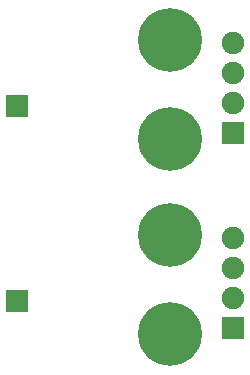
<source format=gbs>
%FSLAX45Y45*%
G04 Gerber Fmt 4.5, Leading zero omitted, Abs format (unit mm)*
G04 Created by KiCad (PCBNEW (2014-07-12 BZR 4289 GOST-COMMITTERS)-product) date 15.03.2017 23:16:08*
%MOMM*%
G01*
G04 APERTURE LIST*
%ADD10C,0.150000*%
%ADD11C,1.900000*%
%ADD12R,1.900000X1.900000*%
%ADD13C,5.400000*%
G04 APERTURE END LIST*
D10*
D11*
X12014200Y-8662400D03*
D12*
X10185400Y-9195800D03*
D13*
X11480800Y-8637000D03*
X11480800Y-9475200D03*
D11*
X12014200Y-8916400D03*
D12*
X12014200Y-9424400D03*
D11*
X12014200Y-9170400D03*
X12014200Y-10566400D03*
D12*
X12014200Y-11074400D03*
D11*
X12014200Y-10820400D03*
D13*
X11480800Y-11125200D03*
X11480800Y-10287000D03*
D12*
X10185400Y-10845800D03*
D11*
X12014200Y-10312400D03*
M02*

</source>
